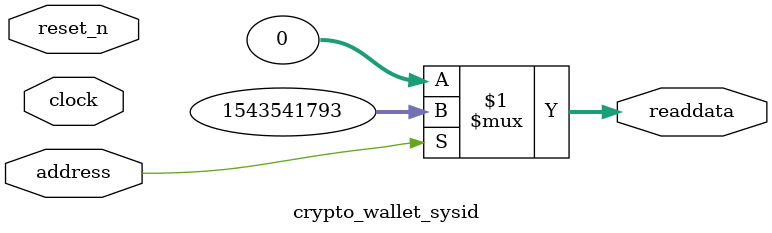
<source format=v>



// synthesis translate_off
`timescale 1ns / 1ps
// synthesis translate_on

// turn off superfluous verilog processor warnings 
// altera message_level Level1 
// altera message_off 10034 10035 10036 10037 10230 10240 10030 

module crypto_wallet_sysid (
               // inputs:
                address,
                clock,
                reset_n,

               // outputs:
                readdata
             )
;

  output  [ 31: 0] readdata;
  input            address;
  input            clock;
  input            reset_n;

  wire    [ 31: 0] readdata;
  //control_slave, which is an e_avalon_slave
  assign readdata = address ? 1543541793 : 0;

endmodule



</source>
